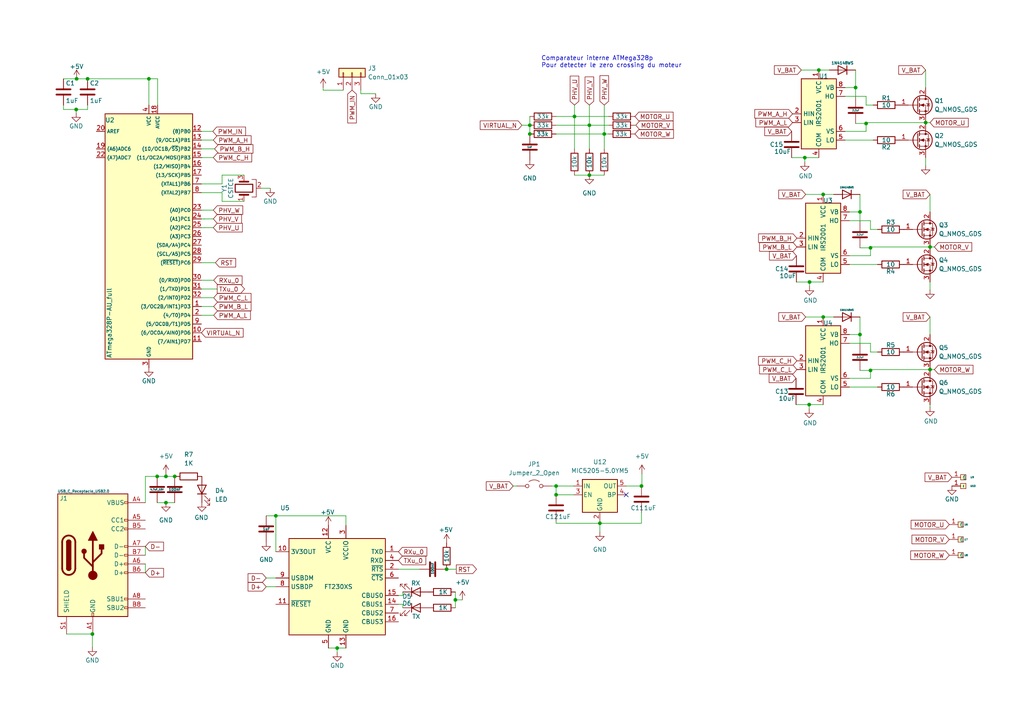
<source format=kicad_sch>
(kicad_sch (version 20231120) (generator "eeschema") (generator_version "8.0")
  (paper "A4")
  (lib_symbols
    (symbol "Connector:USB_C_Receptacle_USB2.0" (pin_names (offset 1.016))
      (property "Reference" "J" (at -10.16 19.05 0))
      (property "Value" "USB_C_Receptacle_USB2.0" (at 19.05 19.05 0))
      (symbol "USB_C_Receptacle_USB2.0_1_1"
        (pin passive line (at 0 -22.86 90) (length 5.08) (name "GND") (number "A1"))
        (pin passive line (at 0 -22.86 90) (length 5.08) hide (name "GND") (number "A12"))
        (pin passive line (at 15.24 15.24 180) (length 5.08) (name "VBUS") (number "A4"))
        (pin bidirectional line (at 15.24 10.16 180) (length 5.08) (name "CC1") (number "A5"))
        (pin bidirectional line (at 15.24 -2.54 180) (length 5.08) (name "D+") (number "A6"))
        (pin bidirectional line (at 15.24 2.54 180) (length 5.08) (name "D-") (number "A7"))
        (pin bidirectional line (at 15.24 -12.7 180) (length 5.08) (name "SBU1") (number "A8"))
        (pin passive line (at 15.24 15.24 180) (length 5.08) hide (name "VBUS") (number "A9"))
        (pin passive line (at 0 -22.86 90) (length 5.08) hide (name "GND") (number "B1"))
        (pin passive line (at 0 -22.86 90) (length 5.08) hide (name "GND") (number "B12"))
        (pin passive line (at 15.24 15.24 180) (length 5.08) hide (name "VBUS") (number "B4"))
        (pin bidirectional line (at 15.24 7.62 180) (length 5.08) (name "CC2") (number "B5"))
        (pin bidirectional line (at 15.24 -5.08 180) (length 5.08) (name "D+") (number "B6"))
        (pin bidirectional line (at 15.24 0 180) (length 5.08) (name "D-") (number "B7"))
        (pin bidirectional line (at 15.24 -15.24 180) (length 5.08) (name "SBU2") (number "B8"))
        (pin passive line (at 15.24 15.24 180) (length 5.08) hide (name "VBUS") (number "B9"))
        (pin passive line (at -7.62 -22.86 90) (length 5.08) (name "SHIELD") (number "S1"))
      )
    )
    (symbol "Connector_Generic:Conn_01x03" (pin_names (offset 1.016) hide)
      (property "Reference" "J" (at 0 5.08 0))
      (property "Value" "Conn_01x03" (at 0 -5.08 0))
      (symbol "Conn_01x03_1_1"
        (pin passive line (at -5.08 2.54 0) (length 3.81) (name "Pin_1") (number "1"))
        (pin passive line (at -5.08 0 0) (length 3.81) (name "Pin_2") (number "2"))
        (pin passive line (at -5.08 -2.54 0) (length 3.81) (name "Pin_3") (number "3"))
      )
    )
    (symbol "Dam_libkicad:ATmega328P-AU_full"
      (property "Reference" "U" (at -12.7 36.83 0))
      (property "Value" "ATmega328P-AU_full" (at 2.54 -36.83 0))
      (symbol "ATmega328P-AU_full_1_1"
        (pin tri_state line (at 15.24 -20.32 180) (length 2.54) (name "(3/OC2B/INT1)PD3") (number "1"))
        (pin tri_state line (at 15.24 -27.94 180) (length 2.54) (name "(6/OC0A/AIN0)PD6") (number "10"))
        (pin tri_state line (at 15.24 -30.48 180) (length 2.54) (name "(7/AIN1)PD7") (number "11"))
        (pin tri_state line (at 15.24 30.48 180) (length 2.54) (name "(8)PB0") (number "12"))
        (pin tri_state line (at 15.24 27.94 180) (length 2.54) (name "(9/OC1A)PB1") (number "13"))
        (pin tri_state line (at 15.24 25.4 180) (length 2.54) (name "(10/OC1B/~{SS})PB2") (number "14"))
        (pin tri_state line (at 15.24 22.86 180) (length 2.54) (name "(11/OC2A/MOSI)PB3") (number "15"))
        (pin tri_state line (at 15.24 20.32 180) (length 2.54) (name "(12/MISO)PB4") (number "16"))
        (pin tri_state line (at 15.24 17.78 180) (length 2.54) (name "(13/SCK)PB5") (number "17"))
        (pin power_in line (at 2.54 38.1 270) (length 2.54) (name "AVCC") (number "18"))
        (pin input line (at -15.24 25.4 0) (length 2.54) (name "(A6)ADC6") (number "19"))
        (pin tri_state line (at 15.24 -22.86 180) (length 2.54) (name "(4/T0)PD4") (number "2"))
        (pin passive line (at -15.24 30.48 0) (length 2.54) (name "AREF") (number "20"))
        (pin passive line (at 0 -38.1 90) (length 2.54) hide (name "GND") (number "21"))
        (pin input line (at -15.24 22.86 0) (length 2.54) (name "(A7)ADC7") (number "22"))
        (pin tri_state line (at 15.24 7.62 180) (length 2.54) (name "(A0)PC0") (number "23"))
        (pin tri_state line (at 15.24 5.08 180) (length 2.54) (name "(A1)PC1") (number "24"))
        (pin tri_state line (at 15.24 2.54 180) (length 2.54) (name "(A2)PC2") (number "25"))
        (pin tri_state line (at 15.24 0 180) (length 2.54) (name "(A3)PC3") (number "26"))
        (pin tri_state line (at 15.24 -2.54 180) (length 2.54) (name "(SDA/A4)PC4") (number "27"))
        (pin tri_state line (at 15.24 -5.08 180) (length 2.54) (name "(SCL/A5)PC5") (number "28"))
        (pin tri_state line (at 15.24 -7.62 180) (length 2.54) (name "(~{RESET})PC6") (number "29"))
        (pin power_in line (at 0 -38.1 90) (length 2.54) (name "GND") (number "3"))
        (pin tri_state line (at 15.24 -12.7 180) (length 2.54) (name "(0/RXD)PD0") (number "30"))
        (pin tri_state line (at 15.24 -15.24 180) (length 2.54) (name "(1/TXD)PD1") (number "31"))
        (pin tri_state line (at 15.24 -17.78 180) (length 2.54) (name "(2/INT0)PD2") (number "32"))
        (pin power_in line (at 0 38.1 270) (length 2.54) (name "VCC") (number "4"))
        (pin passive line (at 0 -38.1 90) (length 2.54) hide (name "GND") (number "5"))
        (pin passive line (at 0 38.1 270) (length 2.54) hide (name "VCC") (number "6"))
        (pin tri_state line (at 15.24 15.24 180) (length 2.54) (name "(XTAL1)PB6") (number "7"))
        (pin tri_state line (at 15.24 12.7 180) (length 2.54) (name "(XTAL2)PB7") (number "8"))
        (pin tri_state line (at 15.24 -25.4 180) (length 2.54) (name "(5/OC0B/T1)PD5") (number "9"))
      )
    )
    (symbol "Dam_libkicad:PAD_Connector"
      (property "Reference" "U" (at 0 0 0))
      (symbol "PAD_Connector_1_1"
        (pin input line (at 0 -3.302 90) (length 2.54) (name "1") (number "1"))
      )
    )
    (symbol "Device:C" (pin_numbers hide) (pin_names (offset 0.254))
      (property "Reference" "C" (at 0.635 2.54 0))
      (property "Value" "C" (at 0.635 -2.54 0))
      (symbol "C_1_1"
        (pin passive line (at 0 3.81 270) (length 2.794) (name "~") (number "1"))
        (pin passive line (at 0 -3.81 90) (length 2.794) (name "~") (number "2"))
      )
    )
    (symbol "Device:Crystal_GND2" (pin_names (offset 1.016) hide)
      (property "Reference" "Y" (at 0 5.715 0))
      (property "Value" "Crystal_GND2" (at 0 3.81 0))
      (symbol "Crystal_GND2_1_1"
        (pin passive line (at -3.81 0 0) (length 1.27) (name "1") (number "1"))
        (pin passive line (at 0 -5.08 90) (length 1.27) (name "2") (number "2"))
        (pin passive line (at 3.81 0 180) (length 1.27) (name "3") (number "3"))
      )
    )
    (symbol "Device:D" (pin_numbers hide) (pin_names (offset 1.016) hide)
      (property "Reference" "D" (at 0 2.54 0))
      (property "Value" "D" (at 0 -2.54 0))
      (symbol "D_1_1"
        (pin passive line (at -3.81 0 0) (length 2.54) (name "K") (number "1"))
        (pin passive line (at 3.81 0 180) (length 2.54) (name "A") (number "2"))
      )
    )
    (symbol "Device:LED" (pin_numbers hide) (pin_names (offset 1.016) hide)
      (property "Reference" "D" (at 0 2.54 0))
      (property "Value" "LED" (at 0 -2.54 0))
      (symbol "LED_1_1"
        (pin passive line (at -3.81 0 0) (length 2.54) (name "K") (number "1"))
        (pin passive line (at 3.81 0 180) (length 2.54) (name "A") (number "2"))
      )
    )
    (symbol "Device:Q_NMOS_GDS" (pin_names (offset 0) hide)
      (property "Reference" "Q" (at 5.08 1.27 0))
      (property "Value" "Q_NMOS_GDS" (at 5.08 -1.27 0))
      (symbol "Q_NMOS_GDS_1_1"
        (pin input line (at -5.08 0 0) (length 2.54) (name "G") (number "1"))
        (pin passive line (at 2.54 5.08 270) (length 2.54) (name "D") (number "2"))
        (pin passive line (at 2.54 -5.08 90) (length 2.54) (name "S") (number "3"))
      )
    )
    (symbol "Device:R" (pin_numbers hide) (pin_names (offset 0))
      (property "Reference" "R" (at 2.032 0 90))
      (property "Value" "R" (at 0 0 90))
      (symbol "R_1_1"
        (pin passive line (at 0 3.81 270) (length 1.27) (name "~") (number "1"))
        (pin passive line (at 0 -3.81 90) (length 1.27) (name "~") (number "2"))
      )
    )
    (symbol "Driver_FET:IRS2001"
      (property "Reference" "U" (at 1.27 13.335 0))
      (property "Value" "IRS2001" (at 1.27 11.43 0))
      (symbol "IRS2001_1_1"
        (pin power_in line (at 0 12.7 270) (length 2.54) (name "VCC") (number "1"))
        (pin input line (at -7.62 0 0) (length 2.54) (name "HIN") (number "2"))
        (pin input line (at -7.62 -2.54 0) (length 2.54) (name "LIN") (number "3"))
        (pin power_in line (at 0 -12.7 90) (length 2.54) (name "COM") (number "4"))
        (pin output line (at 7.62 -7.62 180) (length 2.54) (name "LO") (number "5"))
        (pin passive line (at 7.62 -5.08 180) (length 2.54) (name "VS") (number "6"))
        (pin output line (at 7.62 5.08 180) (length 2.54) (name "HO") (number "7"))
        (pin passive line (at 7.62 7.62 180) (length 2.54) (name "VB") (number "8"))
      )
    )
    (symbol "Interface_USB:FT230XS"
      (property "Reference" "U" (at -13.97 15.24 0))
      (property "Value" "FT230XS" (at 7.62 15.24 0))
      (symbol "FT230XS_1_1"
        (pin output line (at 17.78 10.16 180) (length 3.81) (name "TXD") (number "1"))
        (pin power_out line (at -17.78 10.16 0) (length 3.81) (name "3V3OUT") (number "10"))
        (pin input line (at -17.78 -5.08 0) (length 3.81) (name "~{RESET}") (number "11"))
        (pin power_in line (at -2.54 17.78 270) (length 3.81) (name "VCC") (number "12"))
        (pin power_in line (at 2.54 -17.78 90) (length 3.81) (name "GND") (number "13"))
        (pin bidirectional line (at 17.78 -5.08 180) (length 3.81) (name "CBUS1") (number "14"))
        (pin bidirectional line (at 17.78 -2.54 180) (length 3.81) (name "CBUS0") (number "15"))
        (pin bidirectional line (at 17.78 -10.16 180) (length 3.81) (name "CBUS3") (number "16"))
        (pin output line (at 17.78 5.08 180) (length 3.81) (name "~{RTS}") (number "2"))
        (pin power_in line (at 2.54 17.78 270) (length 3.81) (name "VCCIO") (number "3"))
        (pin input line (at 17.78 7.62 180) (length 3.81) (name "RXD") (number "4"))
        (pin power_in line (at -2.54 -17.78 90) (length 3.81) (name "GND") (number "5"))
        (pin input line (at 17.78 2.54 180) (length 3.81) (name "~{CTS}") (number "6"))
        (pin bidirectional line (at 17.78 -7.62 180) (length 3.81) (name "CBUS2") (number "7"))
        (pin bidirectional line (at -17.78 0 0) (length 3.81) (name "USBDP") (number "8"))
        (pin bidirectional line (at -17.78 2.54 0) (length 3.81) (name "USBDM") (number "9"))
      )
    )
    (symbol "Jumper:Jumper_2_Open" (pin_numbers hide) (pin_names (offset 0) hide) (exclude_from_sim yes)
      (property "Reference" "JP" (at 0 2.794 0))
      (property "Value" "Jumper_2_Open" (at 0 -2.286 0))
      (symbol "Jumper_2_Open_1_1"
        (pin passive line (at -5.08 0 0) (length 2.54) (name "A") (number "1"))
        (pin passive line (at 5.08 0 180) (length 2.54) (name "B") (number "2"))
      )
    )
    (symbol "PAD_Connector_1"
      (property "Reference" "U?" (at 0 2.032 90))
      (property "Value" "~" (at 0 0 0))
      (symbol "PAD_Connector_1_1_1"
        (pin input line (at 0 -3.302 90) (length 2.54) (name "") (number "1"))
      )
    )
    (symbol "PAD_Connector_2"
      (property "Reference" "U" (at 0 0 0))
      (symbol "PAD_Connector_2_1_1"
        (pin input line (at 0 -3.302 90) (length 2.54) (name "1") (number "1"))
      )
    )
    (symbol "Regulator_Linear:MIC5205-5.0YM5" (pin_names (offset 0.254))
      (property "Reference" "U" (at -3.81 5.715 0))
      (property "Value" "MIC5205-5.0YM5" (at 0 5.715 0))
      (symbol "MIC5205-5.0YM5_1_1"
        (pin power_in line (at -7.62 2.54 0) (length 2.54) (name "IN") (number "1"))
        (pin power_in line (at 0 -7.62 90) (length 2.54) (name "GND") (number "2"))
        (pin input line (at -7.62 0 0) (length 2.54) (name "EN") (number "3"))
        (pin input line (at 7.62 0 180) (length 2.54) (name "BP") (number "4"))
        (pin power_out line (at 7.62 2.54 180) (length 2.54) (name "OUT") (number "5"))
      )
    )
    (symbol "power:+5V" (power) (pin_names (offset 0))
      (property "Value" "+5V" (at 0 3.556 0))
      (symbol "+5V_1_1"
        (pin power_in line (at 0 0 90) (length 0) hide (name "+5V") (number "1"))
      )
    )
    (symbol "power:GND" (power) (pin_names (offset 0))
      (property "Value" "GND" (at 0 -3.81 0))
      (symbol "GND_1_1"
        (pin power_in line (at 0 0 270) (length 0) hide (name "GND") (number "1"))
      )
    )
  )
  (junction (at 153.67 36.322))
  (junction (at 238.76 91.948))
  (junction (at 153.67 38.862))
  (junction (at 50.673 138.176))
  (junction (at 129.54 165.1))
  (junction (at 173.99 151.765))
  (junction (at 251.206 35.814))
  (junction (at 238.76 56.388))
  (junction (at 161.29 143.51))
  (junction (at 170.942 36.322))
  (junction (at 234.7937 81.7984))
  (junction (at 252.476 107.442))
  (junction (at 25.4 22.86))
  (junction (at 248.158 25.4))
  (junction (at 268.478 35.56))
  (junction (at 132.08 173.99))
  (junction (at 233.426 45.72))
  (junction (at 249.428 97.028))
  (junction (at 22.098 31.75))
  (junction (at 22.225 22.86))
  (junction (at 269.748 71.628))
  (junction (at 43.18 22.86))
  (junction (at 252.476 71.882))
  (junction (at 175.26 38.862))
  (junction (at 80.01 149.606))
  (junction (at 48.133 138.176))
  (junction (at 45.593 138.176))
  (junction (at 249.428 61.468))
  (junction (at 170.942 50.8))
  (junction (at 166.624 33.782))
  (junction (at 269.748 107.188))
  (junction (at 234.696 117.348))
  (junction (at 48.133 145.796))
  (junction (at 26.797 183.896))
  (junction (at 97.79 187.96))
  (junction (at 161.29 140.97))
  (junction (at 186.055 140.97))
  (junction (at 237.49 20.32))
  (no_connect (at 181.61 143.51))
  (wire (pts (xy 58.42 60.96) (xy 58.928 60.96)))
  (wire (pts (xy 166.624 30.48) (xy 166.624 33.782)))
  (wire (pts (xy 59.436 66.026) (xy 61.874 66.026)))
  (wire (pts (xy 186.182 137.414) (xy 186.182 140.97)))
  (wire (pts (xy 238.76 91.948) (xy 241.808 91.948)))
  (wire (pts (xy 238.76 56.388) (xy 241.808 56.388)))
  (wire (pts (xy 186.182 140.97) (xy 186.055 140.97)))
  (wire (pts (xy 58.42 43.18) (xy 62.23 43.18)))
  (wire (pts (xy 237.49 20.32) (xy 240.538 20.32)))
  (wire (pts (xy 78.384 54.596) (xy 75.844 54.596)))
  (wire (pts (xy 269.748 91.948) (xy 269.748 97.028)))
  (wire (pts (xy 246.38 112.268) (xy 254.508 112.268)))
  (wire (pts (xy 161.29 38.862) (xy 175.26 38.862)))
  (wire (pts (xy 58.928 60.946) (xy 61.874 60.946)))
  (wire (pts (xy 25.4 22.86) (xy 43.18 22.86)))
  (wire (pts (xy 19.304 183.896) (xy 26.797 183.896)))
  (wire (pts (xy 251.206 35.56) (xy 268.478 35.56)))
  (wire (pts (xy 161.29 36.322) (xy 170.942 36.322)))
  (wire (pts (xy 116.84 175.26) (xy 115.57 175.26)))
  (wire (pts (xy 246.38 64.008) (xy 252.476 64.008)))
  (wire (pts (xy 153.67 33.782) (xy 153.67 36.322)))
  (wire (pts (xy 251.206 38.1) (xy 251.206 35.814)))
  (wire (pts (xy 269.748 56.388) (xy 269.748 61.468)))
  (wire (pts (xy 132.334 165.1) (xy 129.54 165.1)))
  (wire (pts (xy 93.726 26.162) (xy 99.568 26.162)))
  (wire (pts (xy 254.508 102.108) (xy 252.476 102.108)))
  (wire (pts (xy 175.26 30.48) (xy 175.26 38.862)))
  (wire (pts (xy 18.415 31.75) (xy 22.098 31.75)))
  (wire (pts (xy 153.67 36.322) (xy 153.67 38.862)))
  (wire (pts (xy 252.476 71.882) (xy 252.476 71.628)))
  (wire (pts (xy 151.384 36.322) (xy 153.67 36.322)))
  (wire (pts (xy 245.11 27.94) (xy 251.206 27.94)))
  (wire (pts (xy 161.29 151.765) (xy 173.99 151.765)))
  (wire (pts (xy 271.018 71.628) (xy 269.748 71.628)))
  (wire (pts (xy 252.476 107.442) (xy 252.476 107.188)))
  (wire (pts (xy 166.624 33.782) (xy 176.53 33.782)))
  (wire (pts (xy 42.164 138.176) (xy 42.164 145.796)))
  (wire (pts (xy 95.25 187.96) (xy 97.79 187.96)))
  (wire (pts (xy 18.415 31.75) (xy 18.415 30.48)))
  (wire (pts (xy 246.38 99.568) (xy 252.476 99.568)))
  (wire (pts (xy 58.42 45.72) (xy 58.674 45.72)))
  (wire (pts (xy 42.164 163.576) (xy 42.164 166.116)))
  (wire (pts (xy 269.748 35.56) (xy 268.478 35.56)))
  (wire (pts (xy 42.164 138.176) (xy 45.593 138.176)))
  (wire (pts (xy 80.01 149.606) (xy 80.01 160.02)))
  (wire (pts (xy 58.166 40.626) (xy 61.874 40.626)))
  (wire (pts (xy 249.428 61.468) (xy 249.428 64.262)))
  (wire (pts (xy 184.404 36.322) (xy 184.15 36.322)))
  (wire (pts (xy 26.924 183.896) (xy 26.797 183.896)))
  (wire (pts (xy 175.26 38.862) (xy 176.53 38.862)))
  (wire (pts (xy 249.428 71.882) (xy 252.476 71.882)))
  (wire (pts (xy 170.942 30.48) (xy 170.942 36.322)))
  (wire (pts (xy 97.79 187.96) (xy 100.33 187.96)))
  (wire (pts (xy 61.976 91.44) (xy 58.42 91.44)))
  (wire (pts (xy 170.942 36.322) (xy 170.942 43.18)))
  (wire (pts (xy 58.42 40.64) (xy 58.166 40.64)))
  (wire (pts (xy 59.182 63.486) (xy 61.874 63.486)))
  (wire (pts (xy 58.42 88.9) (xy 61.976 88.9)))
  (wire (pts (xy 42.164 158.496) (xy 42.164 161.036)))
  (wire (pts (xy 234.696 118.618) (xy 234.696 117.348)))
  (wire (pts (xy 97.79 189.23) (xy 97.79 187.96)))
  (wire (pts (xy 104.648 27.178) (xy 104.648 26.162)))
  (wire (pts (xy 166.624 50.8) (xy 170.942 50.8)))
  (wire (pts (xy 116.84 171.704) (xy 116.84 172.72)))
  (wire (pts (xy 271.018 107.188) (xy 269.748 107.188)))
  (wire (pts (xy 253.238 30.48) (xy 251.206 30.48)))
  (wire (pts (xy 229.616 45.72) (xy 233.426 45.72)))
  (wire (pts (xy 246.38 97.028) (xy 249.428 97.028)))
  (wire (pts (xy 129.54 165.1) (xy 129.286 165.1)))
  (wire (pts (xy 45.593 145.796) (xy 48.133 145.796)))
  (wire (pts (xy 18.415 22.86) (xy 22.225 22.86)))
  (wire (pts (xy 252.476 102.108) (xy 252.476 99.568)))
  (wire (pts (xy 166.624 33.782) (xy 166.624 43.18)))
  (wire (pts (xy 116.84 172.72) (xy 115.57 172.72)))
  (wire (pts (xy 248.158 25.4) (xy 248.158 28.194)))
  (wire (pts (xy 252.476 71.628) (xy 269.748 71.628)))
  (wire (pts (xy 233.426 46.99) (xy 233.426 45.72)))
  (wire (pts (xy 233.426 45.72) (xy 237.49 45.72)))
  (wire (pts (xy 77.216 170.18) (xy 80.01 170.18)))
  (wire (pts (xy 58.42 86.36) (xy 61.976 86.36)))
  (wire (pts (xy 132.08 173.99) (xy 132.08 171.704)))
  (wire (pts (xy 186.055 148.59) (xy 186.055 151.765)))
  (wire (pts (xy 249.428 91.948) (xy 249.428 97.028)))
  (wire (pts (xy 80.01 149.606) (xy 100.33 149.606)))
  (wire (pts (xy 43.18 22.86) (xy 43.18 30.48)))
  (wire (pts (xy 22.098 31.75) (xy 25.4 31.75)))
  (wire (pts (xy 100.33 149.606) (xy 100.33 152.4)))
  (wire (pts (xy 77.216 149.606) (xy 80.01 149.606)))
  (wire (pts (xy 148.844 140.97) (xy 149.86 140.97)))
  (wire (pts (xy 234.7937 81.788) (xy 238.76 81.788)))
  (wire (pts (xy 173.99 151.765) (xy 173.99 151.13)))
  (wire (pts (xy 58.42 63.5) (xy 59.182 63.5)))
  (wire (pts (xy 252.476 109.728) (xy 246.38 109.728)))
  (wire (pts (xy 64.414 50.786) (xy 70.764 50.786)))
  (wire (pts (xy 249.428 97.028) (xy 249.428 99.822)))
  (wire (pts (xy 64.414 53.34) (xy 58.42 53.34)))
  (wire (pts (xy 251.206 35.814) (xy 251.206 35.56)))
  (wire (pts (xy 248.158 20.32) (xy 248.158 25.4)))
  (wire (pts (xy 230.886 117.348) (xy 234.696 117.348)))
  (wire (pts (xy 45.593 138.176) (xy 48.133 138.176)))
  (wire (pts (xy 246.38 61.468) (xy 249.428 61.468)))
  (wire (pts (xy 230.9837 81.7984) (xy 234.7937 81.7984)))
  (wire (pts (xy 43.18 22.846) (xy 45.72 22.846)))
  (wire (pts (xy 134.112 173.99) (xy 132.08 173.99)))
  (wire (pts (xy 251.206 30.48) (xy 251.206 27.94)))
  (wire (pts (xy 59.182 63.5) (xy 59.182 63.486)))
  (wire (pts (xy 77.216 167.64) (xy 80.01 167.64)))
  (wire (pts (xy 64.414 55.88) (xy 58.42 55.88)))
  (wire (pts (xy 22.225 22.86) (xy 25.4 22.86)))
  (wire (pts (xy 234.7937 83.0684) (xy 234.7937 81.7984)))
  (wire (pts (xy 252.476 109.728) (xy 252.476 107.442)))
  (wire (pts (xy 254.508 66.548) (xy 252.476 66.548)))
  (wire (pts (xy 246.38 76.708) (xy 254.508 76.708)))
  (wire (pts (xy 45.72 30.48) (xy 45.72 22.846)))
  (wire (pts (xy 269.748 81.788) (xy 269.748 84.074)))
  (wire (pts (xy 48.133 138.176) (xy 50.673 138.176)))
  (wire (pts (xy 115.57 165.1) (xy 121.666 165.1)))
  (wire (pts (xy 233.68 56.388) (xy 238.76 56.388)))
  (wire (pts (xy 25.4 30.48) (xy 25.4 31.75)))
  (wire (pts (xy 132.08 176.276) (xy 132.08 173.99)))
  (wire (pts (xy 251.206 38.1) (xy 245.11 38.1)))
  (wire (pts (xy 48.133 145.796) (xy 50.673 145.796)))
  (wire (pts (xy 161.29 33.782) (xy 166.624 33.782)))
  (wire (pts (xy 269.748 117.348) (xy 269.748 118.11)))
  (wire (pts (xy 108.966 27.178) (xy 104.648 27.178)))
  (wire (pts (xy 248.158 35.814) (xy 251.206 35.814)))
  (wire (pts (xy 245.11 25.4) (xy 248.158 25.4)))
  (wire (pts (xy 170.942 36.322) (xy 176.53 36.322)))
  (wire (pts (xy 161.29 140.97) (xy 161.29 143.51)))
  (wire (pts (xy 186.055 140.97) (xy 181.61 140.97)))
  (wire (pts (xy 252.476 66.548) (xy 252.476 64.008)))
  (wire (pts (xy 161.29 140.97) (xy 166.37 140.97)))
  (wire (pts (xy 22.098 32.766) (xy 22.098 31.75)))
  (wire (pts (xy 249.428 107.442) (xy 252.476 107.442)))
  (wire (pts (xy 58.674 45.72) (xy 58.674 45.706)))
  (wire (pts (xy 173.99 154.305) (xy 173.99 151.765)))
  (wire (pts (xy 58.42 81.28) (xy 61.976 81.28)))
  (wire (pts (xy 160.02 140.97) (xy 161.29 140.97)))
  (wire (pts (xy 252.476 74.168) (xy 252.476 71.882)))
  (wire (pts (xy 64.414 58.406) (xy 64.414 55.88)))
  (wire (pts (xy 93.726 25.4) (xy 93.726 26.162)))
  (wire (pts (xy 48.133 137.414) (xy 48.133 138.176)))
  (wire (pts (xy 252.476 107.188) (xy 269.748 107.188)))
  (wire (pts (xy 116.84 175.26) (xy 116.84 176.276)))
  (wire (pts (xy 234.696 117.348) (xy 238.76 117.348)))
  (wire (pts (xy 43.18 22.846) (xy 43.18 22.86)))
  (wire (pts (xy 64.414 58.406) (xy 70.764 58.406)))
  (wire (pts (xy 58.42 83.82) (xy 62.992 83.82)))
  (wire (pts (xy 245.11 40.64) (xy 253.238 40.64)))
  (wire (pts (xy 175.26 38.862) (xy 175.26 43.18)))
  (wire (pts (xy 161.29 143.51) (xy 166.37 143.51)))
  (wire (pts (xy 186.055 151.765) (xy 173.99 151.765)))
  (wire (pts (xy 249.428 56.388) (xy 249.428 61.468)))
  (wire (pts (xy 234.7937 81.788) (xy 234.7937 81.7984)))
  (wire (pts (xy 252.476 74.168) (xy 246.38 74.168)))
  (wire (pts (xy 161.29 151.13) (xy 161.29 151.765)))
  (wire (pts (xy 58.166 40.64) (xy 58.166 40.626)))
  (wire (pts (xy 170.942 50.8) (xy 175.26 50.8)))
  (wire (pts (xy 233.68 91.948) (xy 238.76 91.948)))
  (wire (pts (xy 58.42 66.04) (xy 59.436 66.04)))
  (wire (pts (xy 59.436 66.04) (xy 59.436 66.026)))
  (wire (pts (xy 64.414 50.786) (xy 64.414 53.34)))
  (wire (pts (xy 268.478 20.32) (xy 268.478 25.4)))
  (wire (pts (xy 268.478 45.72) (xy 268.478 48.006)))
  (wire (pts (xy 58.674 45.706) (xy 61.874 45.706)))
  (wire (pts (xy 58.928 60.96) (xy 58.928 60.946)))
  (wire (pts (xy 61.722 38.1) (xy 58.42 38.1)))
  (wire (pts (xy 26.797 187.706) (xy 26.797 183.896)))
  (wire (pts (xy 232.41 20.32) (xy 237.49 20.32)))
  (wire (pts (xy 58.42 76.2) (xy 62.484 76.2)))
  (wire (pts (xy 50.673 138.176) (xy 50.927 138.176)))
  (text "Comparateur interne ATMega328p\nPour detecter le zero crossing du moteur" (at 156.972 19.812 0) (effects (font (size 1.27 1.27)) (justify left bottom)))
  (global_label "V_BAT" (shape input) (at 229.616 38.1 180) (property "Intersheetrefs" "${INTERSHEET_REFS}" (effects (hide yes))))
  (global_label "TXu_0" (shape input) (at 115.57 162.56 0) (property "Intersheetrefs" "${INTERSHEET_REFS}" (effects (hide yes))))
  (global_label "RST" (shape input) (at 62.484 76.2 0) (property "Intersheetrefs" "${INTERSHEET_REFS}" (effects (hide yes))))
  (global_label "RXu_0" (shape input) (at 61.976 81.28 0) (property "Intersheetrefs" "${INTERSHEET_REFS}" (effects (hide yes))))
  (global_label "PHV_V" (shape input) (at 170.942 30.48 90) (property "Intersheetrefs" "${INTERSHEET_REFS}" (effects (hide yes))))
  (global_label "PWM_A_L" (shape input) (at 61.976 91.44 0) (property "Intersheetrefs" "${INTERSHEET_REFS}" (effects (hide yes))))
  (global_label "MOTOR_V" (shape input) (at 271.018 71.628 0) (property "Intersheetrefs" "${INTERSHEET_REFS}" (effects (hide yes))))
  (global_label "MOTOR_V" (shape input) (at 275.336 156.464 180) (property "Intersheetrefs" "${INTERSHEET_REFS}" (effects (hide yes))))
  (global_label "RST" (shape output) (at 132.334 165.1 0) (property "Intersheetrefs" "${INTERSHEET_REFS}" (effects (hide yes))))
  (global_label "TXu_0" (shape output) (at 62.992 83.82 0) (property "Intersheetrefs" "${INTERSHEET_REFS}" (effects (hide yes))))
  (global_label "VIRTUAL_N" (shape input) (at 58.42 96.52 0) (property "Intersheetrefs" "${INTERSHEET_REFS}" (effects (hide yes))))
  (global_label "PWM_A_L" (shape input) (at 229.87 35.56 180) (property "Intersheetrefs" "${INTERSHEET_REFS}" (effects (hide yes))))
  (global_label "V_BAT" (shape input) (at 230.886 109.728 180) (property "Intersheetrefs" "${INTERSHEET_REFS}" (effects (hide yes))))
  (global_label "MOTOR_W" (shape input) (at 275.336 161.036 180) (property "Intersheetrefs" "${INTERSHEET_REFS}" (effects (hide yes))))
  (global_label "V_BAT" (shape input) (at 233.68 91.948 180) (property "Intersheetrefs" "${INTERSHEET_REFS}" (effects (hide yes))))
  (global_label "MOTOR_U" (shape input) (at 184.15 33.782 0) (property "Intersheetrefs" "${INTERSHEET_REFS}" (effects (hide yes))))
  (global_label "PWM_A_H" (shape input) (at 229.87 33.02 180) (property "Intersheetrefs" "${INTERSHEET_REFS}" (effects (hide yes))))
  (global_label "D-" (shape input) (at 77.216 167.64 180) (property "Intersheetrefs" "${INTERSHEET_REFS}" (effects (hide yes))))
  (global_label "PWM_IN" (shape input) (at 102.108 26.162 270) (property "Intersheetrefs" "${INTERSHEET_REFS}" (effects (hide yes))))
  (global_label "PHV_W" (shape input) (at 61.874 60.946 0) (property "Intersheetrefs" "${INTERSHEET_REFS}" (effects (hide yes))))
  (global_label "PWM_B_H" (shape input) (at 62.23 43.18 0) (property "Intersheetrefs" "${INTERSHEET_REFS}" (effects (hide yes))))
  (global_label "PWM_C_L" (shape input) (at 61.976 86.36 0) (property "Intersheetrefs" "${INTERSHEET_REFS}" (effects (hide yes))))
  (global_label "MOTOR_W" (shape input) (at 184.15 38.862 0) (property "Intersheetrefs" "${INTERSHEET_REFS}" (effects (hide yes))))
  (global_label "PWM_B_L" (shape input) (at 61.976 88.9 0) (property "Intersheetrefs" "${INTERSHEET_REFS}" (effects (hide yes))))
  (global_label "MOTOR_U" (shape input) (at 269.748 35.56 0) (property "Intersheetrefs" "${INTERSHEET_REFS}" (effects (hide yes))))
  (global_label "PWM_C_L" (shape input) (at 231.14 107.188 180) (property "Intersheetrefs" "${INTERSHEET_REFS}" (effects (hide yes))))
  (global_label "RXu_0" (shape input) (at 115.57 160.02 0) (property "Intersheetrefs" "${INTERSHEET_REFS}" (effects (hide yes))))
  (global_label "MOTOR_W" (shape input) (at 271.018 107.188 0) (property "Intersheetrefs" "${INTERSHEET_REFS}" (effects (hide yes))))
  (global_label "PWM_IN" (shape input) (at 61.722 38.1 0) (property "Intersheetrefs" "${INTERSHEET_REFS}" (effects (hide yes))))
  (global_label "V_BAT" (shape input) (at 232.41 20.32 180) (property "Intersheetrefs" "${INTERSHEET_REFS}" (effects (hide yes))))
  (global_label "MOTOR_U" (shape input) (at 275.336 152.146 180) (property "Intersheetrefs" "${INTERSHEET_REFS}" (effects (hide yes))))
  (global_label "V_BAT" (shape input) (at 268.478 20.32 180) (property "Intersheetrefs" "${INTERSHEET_REFS}" (effects (hide yes))))
  (global_label "PWM_C_H" (shape input) (at 231.14 104.648 180) (property "Intersheetrefs" "${INTERSHEET_REFS}" (effects (hide yes))))
  (global_label "MOTOR_V" (shape input) (at 184.404 36.322 0) (property "Intersheetrefs" "${INTERSHEET_REFS}" (effects (hide yes))))
  (global_label "V_BAT" (shape input) (at 233.68 56.388 180) (property "Intersheetrefs" "${INTERSHEET_REFS}" (effects (hide yes))))
  (global_label "D+" (shape input) (at 42.164 166.116 0) (property "Intersheetrefs" "${INTERSHEET_REFS}" (effects (hide yes))))
  (global_label "PHV_U" (shape input) (at 166.624 30.48 90) (property "Intersheetrefs" "${INTERSHEET_REFS}" (effects (hide yes))))
  (global_label "V_BAT" (shape input) (at 148.844 140.97 180) (property "Intersheetrefs" "${INTERSHEET_REFS}" (effects (hide yes))))
  (global_label "PWM_B_L" (shape input) (at 231.14 71.628 180) (property "Intersheetrefs" "${INTERSHEET_REFS}" (effects (hide yes))))
  (global_label "PHV_U" (shape input) (at 61.874 66.026 0) (property "Intersheetrefs" "${INTERSHEET_REFS}" (effects (hide yes))))
  (global_label "PWM_B_H" (shape input) (at 231.14 69.088 180) (property "Intersheetrefs" "${INTERSHEET_REFS}" (effects (hide yes))))
  (global_label "V_BAT" (shape input) (at 269.748 56.388 180) (property "Intersheetrefs" "${INTERSHEET_REFS}" (effects (hide yes))))
  (global_label "V_BAT" (shape input) (at 276.098 138.43 180) (property "Intersheetrefs" "${INTERSHEET_REFS}" (effects (hide yes))))
  (global_label "V_BAT" (shape input) (at 230.9837 74.1784 180) (property "Intersheetrefs" "${INTERSHEET_REFS}" (effects (hide yes))))
  (global_label "VIRTUAL_N" (shape input) (at 151.384 36.322 180) (property "Intersheetrefs" "${INTERSHEET_REFS}" (effects (hide yes))))
  (global_label "V_BAT" (shape input) (at 269.748 91.948 180) (property "Intersheetrefs" "${INTERSHEET_REFS}" (effects (hide yes))))
  (global_label "D+" (shape input) (at 77.216 170.18 180) (property "Intersheetrefs" "${INTERSHEET_REFS}" (effects (hide yes))))
  (global_label "PHV_W" (shape input) (at 175.26 30.48 90) (property "Intersheetrefs" "${INTERSHEET_REFS}" (effects (hide yes))))
  (global_label "PWM_C_H" (shape input) (at 61.874 45.706 0) (property "Intersheetrefs" "${INTERSHEET_REFS}" (effects (hide yes))))
  (global_label "PWM_A_H" (shape input) (at 61.874 40.626 0) (property "Intersheetrefs" "${INTERSHEET_REFS}" (effects (hide yes))))
  (global_label "D-" (shape input) (at 42.164 158.496 0) (property "Intersheetrefs" "${INTERSHEET_REFS}" (effects (hide yes))))
  (global_label "PHV_V" (shape input) (at 61.874 63.486 0) (property "Intersheetrefs" "${INTERSHEET_REFS}" (effects (hide yes))))
  (symbol (lib_id "Device:C") (at 25.4 26.67 0) (unit 1)
    (property "Reference" "C2" (at 26.035 24.13 0) (effects (justify left)))
    (property "Value" "1uF" (at 26.035 29.21 0) (effects (justify left)))
    (property "Footprint" "Dam_libkicad:0603" (effects (hide yes)))
  )
  (symbol (lib_id "power:GND") (at 170.942 50.8 0) (unit 1)
    (property "Reference" "#PWR015" (effects (hide yes)))
    (property "Value" "GND" (at 170.942 56.007 0))
  )
  (symbol (lib_id "Device:C") (at 249.428 103.632 0) (unit 1)
    (property "Reference" "C5" (effects (hide yes)))
    (property "Value" "2.2uF" (at 248.412 103.632 0) (effects (font (size 0.5 0.5)) (justify left)))
    (property "Footprint" "Dam_libkicad:1206" (effects (hide yes)))
  )
  (symbol (lib_id "power:GND") (at 26.797 187.706 0) (unit 1)
    (property "Reference" "#PWR018" (effects (hide yes)))
    (property "Value" "GND" (at 26.797 191.516 0))
  )
  (symbol (lib_id "Device:R") (at 180.34 38.862 90) (unit 1)
    (property "Reference" "R14" (effects (hide yes)))
    (property "Value" "33k" (at 180.213 38.862 90))
    (property "Footprint" "Dam_libkicad:1206" (effects (hide yes)))
  )
  (symbol (lib_id "Device:C") (at 229.616 41.91 0) (unit 1)
    (property "Reference" "C15" (at 223.266 41.91 0) (effects (justify left)))
    (property "Value" "10uF" (at 224.536 43.942 0) (effects (justify left)))
    (property "Footprint" "Dam_libkicad:1206" (effects (hide yes)))
    (property "Description" "Unpolarized capacitor" (effects (hide yes)))
  )
  (symbol (lib_id "Device:D") (at 245.618 91.948 180) (unit 1)
    (property "Reference" "D3" (effects (hide yes)))
    (property "Value" "1N4148WS" (at 245.618 89.916 0) (effects (font (size 0.5 0.5))))
    (property "Footprint" "Dam_libkicad:1206" (effects (hide yes)))
    (property "Sim.Device" "D" (effects (hide yes)))
    (property "Sim.Pins" "1=K 2=A" (effects (hide yes)))
  )
  (symbol (lib_id "Device:R") (at 128.27 176.276 270) (unit 1)
    (property "Reference" "R15" (effects (hide yes)))
    (property "Value" "1K" (at 128.524 176.276 90))
    (property "Footprint" "Dam_libkicad:1206" (effects (hide yes)))
  )
  (symbol (lib_id "Device:C") (at 230.886 113.538 0) (unit 1)
    (property "Reference" "C13" (at 224.79 113.538 0) (effects (justify left)))
    (property "Value" "10uF" (at 225.806 115.57 0) (effects (justify left)))
    (property "Footprint" "Dam_libkicad:1206" (effects (hide yes)))
    (property "Description" "Unpolarized capacitor" (effects (hide yes)))
  )
  (symbol (lib_id "power:GND") (at 97.79 189.23 0) (unit 1)
    (property "Reference" "#PWR016" (effects (hide yes)))
    (property "Value" "GND" (at 97.79 193.04 0))
  )
  (symbol (lib_id "Device:Q_NMOS_GDS") (at 267.208 66.548 0) (unit 1)
    (property "Reference" "Q3" (at 272.288 65.278 0) (effects (justify left)))
    (property "Value" "Q_NMOS_GDS" (at 272.288 67.818 0) (effects (justify left)))
    (property "Footprint" "Package_TO_SOT_SMD:TO-263-2" (effects (hide yes)))
    (property "Sim.Device" "NMOS" (effects (hide yes)))
    (property "Sim.Type" "VDMOS" (effects (hide yes)))
    (property "Sim.Pins" "1=D 2=G 3=S" (effects (hide yes)))
  )
  (symbol (lib_id "Device:C") (at 230.9837 77.9884 0) (unit 1)
    (property "Reference" "C14" (at 224.79 77.978 0) (effects (justify left)))
    (property "Value" "10uF" (at 226.06 80.01 0) (effects (justify left)))
    (property "Footprint" "Dam_libkicad:1206" (effects (hide yes)))
    (property "Description" "Unpolarized capacitor" (effects (hide yes)))
  )
  (symbol (lib_id "Device:LED") (at 120.65 176.276 0) (unit 1)
    (property "Reference" "D6" (at 119.38 175.006 0) (effects (justify right)))
    (property "Value" "TX" (at 121.92 178.816 0) (effects (justify right)))
    (property "Footprint" "LED_SMD:LED_0603_1608Metric" (effects (hide yes)))
  )
  (symbol (lib_id "Device:R") (at 257.048 40.64 270) (unit 1)
    (property "Reference" "R2" (at 257.048 42.672 90))
    (property "Value" "10" (at 257.048 40.64 90))
    (property "Footprint" "Dam_libkicad:1206" (effects (hide yes)))
  )
  (symbol (lib_id "power:GND") (at 22.098 32.766 0) (unit 1)
    (property "Reference" "#PWR02" (effects (hide yes)))
    (property "Value" "GND" (at 22.098 36.576 0))
  )
  (symbol (lib_id "Device:Q_NMOS_GDS") (at 265.938 40.64 0) (unit 1)
    (property "Reference" "Q2" (at 271.018 39.37 0) (effects (justify left)))
    (property "Value" "Q_NMOS_GDS" (at 271.018 41.91 0) (effects (justify left)))
    (property "Footprint" "Package_TO_SOT_SMD:TO-263-2" (effects (hide yes)))
    (property "Sim.Device" "NMOS" (effects (hide yes)))
    (property "Sim.Type" "VDMOS" (effects (hide yes)))
    (property "Sim.Pins" "1=D 2=G 3=S" (effects (hide yes)))
  )
  (symbol (lib_id "power:GND") (at 269.748 84.074 0) (unit 1)
    (property "Reference" "#PWR05" (effects (hide yes)))
    (property "Value" "GND" (effects (hide yes)))
  )
  (symbol (lib_id "Device:C") (at 248.158 32.004 0) (unit 1)
    (property "Reference" "C3" (effects (hide yes)))
    (property "Value" "2.2uF" (at 247.142 32.004 0) (effects (font (size 0.5 0.5)) (justify left)))
    (property "Footprint" "Dam_libkicad:1206" (effects (hide yes)))
  )
  (symbol (lib_id "Device:R") (at 54.737 138.176 270) (unit 1)
    (property "Reference" "R7" (at 54.737 131.826 90))
    (property "Value" "1K" (at 54.737 134.366 90))
    (property "Footprint" "Dam_libkicad:1206" (effects (hide yes)))
  )
  (symbol (lib_id "power:+5V") (at 95.25 152.4 0) (unit 1)
    (property "Reference" "#PWR08" (effects (hide yes)))
    (property "Value" "+5V" (at 94.996 148.59 0))
  )
  (symbol (lib_id "Driver_FET:IRS2001") (at 238.76 104.648 0) (unit 1)
    (property "Reference" "U4" (at 238.76 93.726 0) (effects (justify left)))
    (property "Value" "IRS2001" (at 238.76 108.458 90) (effects (justify left)))
    (property "Footprint" "Package_SO:SOIC-8_3.9x4.9mm_P1.27mm" (effects (hide yes)))
    (property "Datasheet" "https://www.infineon.com/dgdl/irs2001pbf.pdf?fileId=5546d462533600a401535675a760277e" (effects (hide yes)))
  )
  (symbol (lib_id "power:+5V") (at 48.133 137.414 0) (unit 1)
    (property "Reference" "#PWR010" (effects (hide yes)))
    (property "Value" "+5V" (at 48.133 132.334 0))
  )
  (symbol (lib_id "Device:C") (at 45.593 141.986 0) (unit 1)
    (property "Reference" "C8" (effects (hide yes)))
    (property "Value" "4.7uF_16V" (at 43.561 141.986 0) (effects (font (size 0.5 0.5)) (justify left)))
    (property "Footprint" "Dam_libkicad:1206" (effects (hide yes)))
  )
  (symbol (lib_id "Device:C") (at 249.428 68.072 0) (unit 1)
    (property "Reference" "C4" (effects (hide yes)))
    (property "Value" "2.2uF" (at 248.412 68.072 0) (effects (font (size 0.5 0.5)) (justify left)))
    (property "Footprint" "Dam_libkicad:1206" (effects (hide yes)))
  )
  (symbol (lib_id "Device:R") (at 180.34 33.782 90) (unit 1)
    (property "Reference" "R9" (effects (hide yes)))
    (property "Value" "33k" (at 180.34 33.782 90))
    (property "Footprint" "Dam_libkicad:1206" (effects (hide yes)))
  )
  (symbol (lib_id "power:GND") (at 43.18 106.68 0) (unit 1)
    (property "Reference" "#PWR06" (effects (hide yes)))
    (property "Value" "GND" (at 43.18 110.49 0))
  )
  (symbol (lib_id "power:+5V") (at 93.726 25.4 0) (unit 1)
    (property "Reference" "#PWR027" (effects (hide yes)))
    (property "Value" "+5V" (at 93.726 20.828 0))
  )
  (symbol (lib_id "Regulator_Linear:MIC5205-5.0YM5") (at 173.99 143.51 0) (unit 1)
    (property "Reference" "U12" (at 173.99 133.985 0))
    (property "Value" "MIC5205-5.0YM5" (at 173.99 136.525 0))
    (property "Footprint" "Package_TO_SOT_SMD:TSOT-23-5" (effects (hide yes)))
    (property "Datasheet" "http://ww1.microchip.com/downloads/en/DeviceDoc/20005785A.pdf" (effects (hide yes)))
  )
  (symbol (lib_id "Device:Q_NMOS_GDS") (at 267.208 76.708 0) (unit 1)
    (property "Reference" "Q4" (at 272.288 75.438 0) (effects (justify left)))
    (property "Value" "Q_NMOS_GDS" (at 272.288 77.978 0) (effects (justify left)))
    (property "Footprint" "Package_TO_SOT_SMD:TO-263-2" (effects (hide yes)))
    (property "Sim.Device" "NMOS" (effects (hide yes)))
    (property "Sim.Type" "VDMOS" (effects (hide yes)))
    (property "Sim.Pins" "1=D 2=G 3=S" (effects (hide yes)))
  )
  (symbol (lib_id "Device:R") (at 180.34 36.322 90) (unit 1)
    (property "Reference" "R11" (effects (hide yes)))
    (property "Value" "33k" (at 180.34 36.322 90))
    (property "Footprint" "Dam_libkicad:1206" (effects (hide yes)))
  )
  (symbol (lib_id "Device:R") (at 170.942 46.99 180) (unit 1)
    (property "Reference" "R17" (effects (hide yes)))
    (property "Value" "10k" (at 170.942 46.99 90))
    (property "Footprint" "Dam_libkicad:1206" (effects (hide yes)))
  )
  (symbol (lib_id "Device:R") (at 166.624 46.99 180) (unit 1)
    (property "Reference" "R16" (effects (hide yes)))
    (property "Value" "10k" (at 166.624 46.99 90))
    (property "Footprint" "Dam_libkicad:1206" (effects (hide yes)))
  )
  (symbol (lib_id "Device:R") (at 157.48 38.862 90) (unit 1)
    (property "Reference" "R13" (effects (hide yes)))
    (property "Value" "33k" (at 157.353 38.862 90))
    (property "Footprint" "Dam_libkicad:1206" (effects (hide yes)))
  )
  (symbol (lib_id "Device:R") (at 258.318 76.708 270) (unit 1)
    (property "Reference" "R4" (at 258.318 78.74 90))
    (property "Value" "10" (at 258.318 76.708 90))
    (property "Footprint" "Dam_libkicad:1206" (effects (hide yes)))
  )
  (symbol (lib_id "Device:Q_NMOS_GDS") (at 267.208 112.268 0) (unit 1)
    (property "Reference" "Q6" (at 272.288 110.998 0) (effects (justify left)))
    (property "Value" "Q_NMOS_GDS" (at 272.288 113.538 0) (effects (justify left)))
    (property "Footprint" "Package_TO_SOT_SMD:TO-263-2" (effects (hide yes)))
    (property "Sim.Device" "NMOS" (effects (hide yes)))
    (property "Sim.Type" "VDMOS" (effects (hide yes)))
    (property "Sim.Pins" "1=D 2=G 3=S" (effects (hide yes)))
  )
  (symbol (lib_id "power:+5V") (at 129.54 157.48 0) (unit 1)
    (property "Reference" "#PWR024" (effects (hide yes)))
    (property "Value" "+5V" (at 129.286 153.67 0))
  )
  (symbol (lib_id "Device:D") (at 244.348 20.32 180) (unit 1)
    (property "Reference" "D1" (effects (hide yes)))
    (property "Value" "1N4148WS" (at 244.348 18.288 0) (effects (font (size 0.8 0.8))))
    (property "Footprint" "Dam_libkicad:1206" (effects (hide yes)))
    (property "Sim.Device" "D" (effects (hide yes)))
    (property "Sim.Pins" "1=K 2=A" (effects (hide yes)))
  )
  (symbol (lib_id "power:+5V") (at 22.225 22.86 0) (unit 1)
    (property "Reference" "#PWR01" (effects (hide yes)))
    (property "Value" "+5V" (at 22.225 19.304 0))
  )
  (symbol (lib_id "Driver_FET:IRS2001") (at 237.49 33.02 0) (unit 1)
    (property "Reference" "U1" (at 237.49 22.098 0) (effects (justify left)))
    (property "Value" "IRS2001" (at 237.49 36.83 90) (effects (justify left)))
    (property "Footprint" "Package_SO:SOIC-8_3.9x4.9mm_P1.27mm" (effects (hide yes)))
    (property "Datasheet" "https://www.infineon.com/dgdl/irs2001pbf.pdf?fileId=5546d462533600a401535675a760277e" (effects (hide yes)))
  )
  (symbol (lib_id "Device:LED") (at 120.65 171.704 0) (mirror x) (unit 1)
    (property "Reference" "D5" (at 119.38 172.974 0) (effects (justify right)))
    (property "Value" "RX" (at 121.92 169.164 0) (effects (justify right)))
    (property "Footprint" "LED_SMD:LED_0603_1608Metric" (effects (hide yes)))
  )
  (symbol (lib_id "power:GND") (at 276.098 140.97 0) (unit 1)
    (property "Reference" "#PWR017" (effects (hide yes)))
    (property "Value" "GND" (at 276.098 144.78 0))
  )
  (symbol (lib_id "Device:R") (at 157.48 36.322 90) (unit 1)
    (property "Reference" "R10" (effects (hide yes)))
    (property "Value" "33k" (at 157.48 36.322 90))
    (property "Footprint" "Dam_libkicad:1206" (effects (hide yes)))
  )
  (symbol (lib_id "Device:C") (at 161.29 147.32 0) (unit 1)
    (property "Reference" "C12" (at 158.115 149.86 0) (effects (justify left)))
    (property "Value" "1uF" (at 161.925 149.86 0) (effects (justify left)))
    (property "Footprint" "Dam_libkicad:0603" (effects (hide yes)))
  )
  (symbol (lib_name "PAD_Connector_2") (lib_id "Dam_libkicad:PAD_Connector") (at 279.4 138.43 270) (unit 1)
    (property "Reference" "U9" (at 281.432 138.43 90) (effects (font (size 0.5 0.5)) (justify left)))
    (property "Value" "~" (at 279.4 138.43 0))
    (property "Footprint" "Dam_libkicad:PAD_Connector" (effects (hide yes)))
  )
  (symbol (lib_id "power:GND") (at 234.7937 83.0684 0) (unit 1)
    (property "Reference" "#PWR021" (effects (hide yes)))
    (property "Value" "GND" (at 235.0477 87.1324 0))
  )
  (symbol (lib_id "Dam_libkicad:PAD_Connector") (at 278.638 161.036 270) (unit 1)
    (property "Reference" "U8" (at 279.654 161.036 90) (effects (font (size 0.5 0.5)) (justify left)))
    (property "Value" "~" (at 278.638 161.036 0))
    (property "Footprint" "Dam_libkicad:PAD_Connector" (effects (hide yes)))
  )
  (symbol (lib_id "power:GND") (at 77.216 157.226 0) (unit 1)
    (property "Reference" "#PWR09" (effects (hide yes)))
    (property "Value" "GND" (at 77.216 162.306 0))
  )
  (symbol (lib_id "Device:Q_NMOS_GDS") (at 265.938 30.48 0) (unit 1)
    (property "Reference" "Q1" (at 271.018 29.21 0) (effects (justify left)))
    (property "Value" "Q_NMOS_GDS" (at 271.018 31.75 0) (effects (justify left)))
    (property "Footprint" "Package_TO_SOT_SMD:TO-263-2" (effects (hide yes)))
    (property "Sim.Device" "NMOS" (effects (hide yes)))
    (property "Sim.Type" "VDMOS" (effects (hide yes)))
    (property "Sim.Pins" "1=D 2=G 3=S" (effects (hide yes)))
  )
  (symbol (lib_id "Device:C") (at 50.673 141.986 0) (unit 1)
    (property "Reference" "C9" (effects (hide yes)))
    (property "Value" "100nF" (at 48.895 141.986 0) (effects (font (size 0.75 0.75)) (justify left)))
    (property "Footprint" "Dam_libkicad:1206" (effects (hide yes)))
  )
  (symbol (lib_id "Device:R") (at 129.54 161.29 180) (unit 1)
    (property "Reference" "R19" (effects (hide yes)))
    (property "Value" "10k" (at 129.54 161.29 90))
    (property "Footprint" "Dam_libkicad:1206" (effects (hide yes)))
  )
  (symbol (lib_id "power:+5V") (at 134.112 173.99 0) (unit 1)
    (property "Reference" "#PWR013" (effects (hide yes)))
    (property "Value" "+5V" (at 134.112 168.91 0))
  )
  (symbol (lib_id "Device:Crystal_GND2") (at 70.764 54.596 90) (unit 1)
    (property "Reference" "Y1" (at 65.049 54.596 0))
    (property "Value" "CSTCE" (at 66.954 54.596 0))
    (property "Footprint" "Dam_libkicad:osc_CSTCE" (effects (hide yes)))
  )
  (symbol (lib_id "power:GND") (at 58.547 145.796 0) (unit 1)
    (property "Reference" "#PWR012" (effects (hide yes)))
    (property "Value" "GND" (at 58.42 150.114 0))
  )
  (symbol (lib_id "Connector_Generic:Conn_01x03") (at 102.108 21.082 90) (unit 1)
    (property "Reference" "J3" (at 106.68 19.8119 90) (effects (justify right)))
    (property "Value" "Conn_01x03" (at 106.68 22.3519 90) (effects (justify right)))
    (property "Footprint" "Connector_PinSocket_2.54mm:PinSocket_1x03_P2.54mm_Horizontal" (effects (hide yes)))
    (property "Description" "Generic connector, single row, 01x03, script generated (kicad-library-utils/schlib/autogen/connector/)" (effects (hide yes)))
  )
  (symbol (lib_id "Device:C") (at 186.055 144.78 0) (unit 1)
    (property "Reference" "C11" (at 182.88 147.32 0) (effects (justify left)))
    (property "Value" "1uF" (at 186.69 147.32 0) (effects (justify left)))
    (property "Footprint" "Dam_libkicad:0603" (effects (hide yes)))
  )
  (symbol (lib_id "Interface_USB:FT230XS") (at 97.79 170.18 0) (unit 1)
    (property "Reference" "U5" (at 81.28 147.32 0) (effects (justify left)))
    (property "Value" "FT230XS" (at 93.98 170.18 0) (effects (justify left)))
    (property "Footprint" "Package_SO:SSOP-16_5.3x6.2mm_P0.65mm" (effects (hide yes)))
    (property "Datasheet" "https://www.ftdichip.com/Support/Documents/DataSheets/ICs/DS_FT230X.pdf" (effects (hide yes)))
  )
  (symbol (lib_id "Driver_FET:IRS2001") (at 238.76 69.088 0) (unit 1)
    (property "Reference" "U3" (at 238.76 58.166 0) (effects (justify left)))
    (property "Value" "IRS2001" (at 238.76 72.898 90) (effects (justify left)))
    (property "Footprint" "Package_SO:SOIC-8_3.9x4.9mm_P1.27mm" (effects (hide yes)))
    (property "Datasheet" "https://www.infineon.com/dgdl/irs2001pbf.pdf?fileId=5546d462533600a401535675a760277e" (effects (hide yes)))
  )
  (symbol (lib_id "power:GND") (at 269.748 118.11 0) (unit 1)
    (property "Reference" "#PWR07" (effects (hide yes)))
    (property "Value" "GND" (at 270.002 122.174 0))
  )
  (symbol (lib_name "PAD_Connector_1") (lib_id "Dam_libkicad:PAD_Connector") (at 279.4 140.97 270) (unit 1)
    (property "Reference" "U10" (at 281.432 140.97 90) (effects (font (size 0.5 0.5)) (justify left)))
    (property "Value" "~" (at 279.4 140.97 0))
    (property "Footprint" "Dam_libkicad:PAD_Connector" (effects (hide yes)))
  )
  (symbol (lib_id "Device:C") (at 77.216 153.416 180) (unit 1)
    (property "Reference" "C6" (effects (hide yes)))
    (property "Value" "1uF" (at 76.2 153.416 0) (effects (font (size 0.75 0.75)) (justify right)))
    (property "Footprint" "Dam_libkicad:1206" (effects (hide yes)))
  )
  (symbol (lib_id "power:GND") (at 48.133 145.796 0) (unit 1)
    (property "Reference" "#PWR011" (effects (hide yes)))
    (property "Value" "GND" (at 48.133 150.876 0))
  )
  (symbol (lib_id "Dam_libkicad:PAD_Connector") (at 278.638 156.464 270) (unit 1)
    (property "Reference" "U7" (at 279.654 156.464 90) (effects (font (size 0.5 0.5)) (justify left)))
    (property "Value" "~" (at 278.638 156.464 0))
    (property "Footprint" "Dam_libkicad:PAD_Connector" (effects (hide yes)))
  )
  (symbol (lib_id "Device:R") (at 258.318 102.108 90) (unit 1)
    (property "Reference" "R5" (at 258.318 100.076 90))
    (property "Value" "10" (at 258.318 102.108 90))
    (property "Footprint" "Dam_libkicad:1206" (effects (hide yes)))
  )
  (symbol (lib_id "power:GND") (at 234.696 118.618 0) (unit 1)
    (property "Reference" "#PWR019" (effects (hide yes)))
    (property "Value" "GND" (at 234.95 122.682 0))
  )
  (symbol (lib_id "Dam_libkicad:PAD_Connector") (at 278.638 152.146 270) (unit 1)
    (property "Reference" "U6" (at 279.654 152.146 90) (effects (font (size 0.5 0.5)) (justify left)))
    (property "Value" "~" (at 278.638 152.146 0))
    (property "Footprint" "Dam_libkicad:PAD_Connector" (effects (hide yes)))
  )
  (symbol (lib_id "power:GND") (at 233.426 46.99 0) (unit 1)
    (property "Reference" "#PWR023" (effects (hide yes)))
    (property "Value" "GND" (at 233.68 51.054 0))
  )
  (symbol (lib_id "Device:R") (at 257.048 30.48 90) (unit 1)
    (property "Reference" "R1" (at 257.048 28.448 90))
    (property "Value" "10" (at 257.048 30.48 90))
    (property "Footprint" "Dam_libkicad:1206" (effects (hide yes)))
  )
  (symbol (lib_id "Device:R") (at 258.318 66.548 90) (unit 1)
    (property "Reference" "R3" (at 258.318 64.516 90))
    (property "Value" "10" (at 258.318 66.548 90))
    (property "Footprint" "Dam_libkicad:1206" (effects (hide yes)))
  )
  (symbol (lib_id "Device:R") (at 157.48 33.782 90) (unit 1)
    (property "Reference" "R8" (effects (hide yes)))
    (property "Value" "33k" (at 157.48 33.782 90))
    (property "Footprint" "Dam_libkicad:1206" (effects (hide yes)))
  )
  (symbol (lib_id "Jumper:Jumper_2_Open") (at 154.94 140.97 0) (unit 1) (exclude_from_sim yes)
    (property "Reference" "JP1" (at 154.94 134.62 0))
    (property "Value" "Jumper_2_Open" (at 154.94 137.16 0))
    (property "Footprint" "TestPoint:TestPoint_2Pads_Pitch2.54mm_Drill0.8mm" (effects (hide yes)))
    (property "Description" "Jumper, 2-pole, open" (effects (hide yes)))
  )
  (symbol (lib_id "power:+5V") (at 186.182 137.414 0) (unit 1)
    (property "Reference" "#PWR020" (effects (hide yes)))
    (property "Value" "+5V" (at 186.182 132.334 0))
  )
  (symbol (lib_id "power:GND") (at 108.966 27.178 0) (unit 1)
    (property "Reference" "#PWR026" (effects (hide yes)))
    (property "Value" "GND" (at 108.966 30.988 0))
  )
  (symbol (lib_id "Device:C") (at 125.476 165.1 270) (unit 1)
    (property "Reference" "C7" (effects (hide yes)))
    (property "Value" "100nF" (at 125.476 164.846 0) (effects (font (size 0.75 0.75))))
    (property "Footprint" "Dam_libkicad:1206" (effects (hide yes)))
  )
  (symbol (lib_id "Device:Q_NMOS_GDS") (at 267.208 102.108 0) (unit 1)
    (property "Reference" "Q5" (at 272.288 100.838 0) (effects (justify left)))
    (property "Value" "Q_NMOS_GDS" (at 272.288 103.378 0) (effects (justify left)))
    (property "Footprint" "Package_TO_SOT_SMD:TO-263-2" (effects (hide yes)))
    (property "Sim.Device" "NMOS" (effects (hide yes)))
    (property "Sim.Type" "VDMOS" (effects (hide yes)))
    (property "Sim.Pins" "1=D 2=G 3=S" (effects (hide yes)))
  )
  (symbol (lib_id "Device:C") (at 153.67 42.672 0) (unit 1)
    (property "Reference" "C10" (effects (hide yes)))
    (property "Value" "1nF" (at 152.908 42.672 0) (effects (font (size 0.5 0.5)) (justify left)))
    (property "Footprint" "Dam_libkicad:1206" (effects (hide yes)))
  )
  (symbol (lib_id "Device:C") (at 18.415 26.67 0) (unit 1)
    (property "Reference" "C1" (at 19.05 24.13 0) (effects (justify left)))
    (property "Value" "1uF" (at 19.05 29.21 0) (effects (justify left)))
    (property "Footprint" "Dam_libkicad:0603" (effects (hide yes)))
  )
  (symbol (lib_id "Device:R") (at 258.318 112.268 270) (unit 1)
    (property "Reference" "R6" (at 258.318 114.3 90))
    (property "Value" "10" (at 258.318 112.268 90))
    (property "Footprint" "Dam_libkicad:1206" (effects (hide yes)))
  )
  (symbol (lib_id "Device:LED") (at 58.547 141.986 90) (unit 1)
    (property "Reference" "D4" (at 62.357 142.3035 90) (effects (justify right)))
    (property "Value" "LED" (at 62.357 144.8435 90) (effects (justify right)))
    (property "Footprint" "Dam_libkicad:1206" (effects (hide yes)))
  )
  (symbol (lib_id "power:GND") (at 153.67 46.482 0) (unit 1)
    (property "Reference" "#PWR014" (effects (hide yes)))
    (property "Value" "GND" (at 153.67 51.689 0))
  )
  (symbol (lib_id "power:GND") (at 173.99 154.305 0) (unit 1)
    (property "Reference" "#PWR022" (effects (hide yes)))
    (property "Value" "GND" (at 173.99 159.385 0))
  )
  (symbol (lib_id "power:GND") (at 268.478 48.006 0) (unit 1)
    (property "Reference" "#PWR03" (effects (hide yes)))
    (property "Value" "GND" (effects (hide yes)))
  )
  (symbol (lib_id "Dam_libkicad:ATmega328P-AU_full") (at 43.18 68.58 0) (unit 1)
    (property "Reference" "U2" (at 30.48 35.56 0) (effects (justify left bottom)))
    (property "Value" "ATmega328P-AU_full" (at 30.988 103.886 90) (effects (justify left top)))
    (property "Footprint" "Dam_libkicad:TQFP32m" (effects (hide yes)))
    (property "Datasheet" "http://ww1.microchip.com/downloads/en/DeviceDoc/Atmel-8025-8-bit-AVR-Microcontroller-ATmega48P-88P-168P_Datasheet.pdf" (effects (hide yes)))
  )
  (symbol (lib_id "Device:D") (at 245.618 56.388 180) (unit 1)
    (property "Reference" "D2" (effects (hide yes)))
    (property "Value" "1N4148WS" (at 245.618 54.356 0) (effects (font (size 0.5 0.5))))
    (property "Footprint" "Dam_libkicad:1206" (effects (hide yes)))
    (property "Sim.Device" "D" (effects (hide yes)))
    (property "Sim.Pins" "1=K 2=A" (effects (hide yes)))
  )
  (symbol (lib_id "Device:R") (at 175.26 46.99 180) (unit 1)
    (property "Reference" "R18" (effects (hide yes)))
    (property "Value" "10k" (at 175.26 47.117 90))
    (property "Footprint" "Dam_libkicad:1206" (effects (hide yes)))
  )
  (symbol (lib_id "power:GND") (at 78.384 54.596 0) (unit 1)
    (property "Reference" "#PWR04" (effects (hide yes)))
    (property "Value" "GND" (at 78.384 58.406 0))
  )
  (symbol (lib_id "Connector:USB_C_Receptacle_USB2.0") (at 26.924 161.036 0) (unit 1)
    (property "Reference" "J1" (at 17.272 144.526 0) (effects (justify left)))
    (property "Value" "USB_C_Receptacle_USB2.0" (at 31.75 142.494 0) (effects (font (size 0.75 0.75)) (justify right)))
    (property "Footprint" "Dam_libkicad:USB-C USB4110_GCT" (effects (hide yes)))
    (property "Datasheet" "https://www.usb.org/sites/default/files/documents/usb_type-c.zip" (effects (hide yes)))
  )
  (symbol (lib_id "Device:R") (at 128.27 171.704 90) (unit 1)
    (property "Reference" "R12" (effects (hide yes)))
    (property "Value" "1K" (at 128.524 171.704 90))
    (property "Footprint" "Dam_libkicad:1206" (effects (hide yes)))
  )
)
</source>
